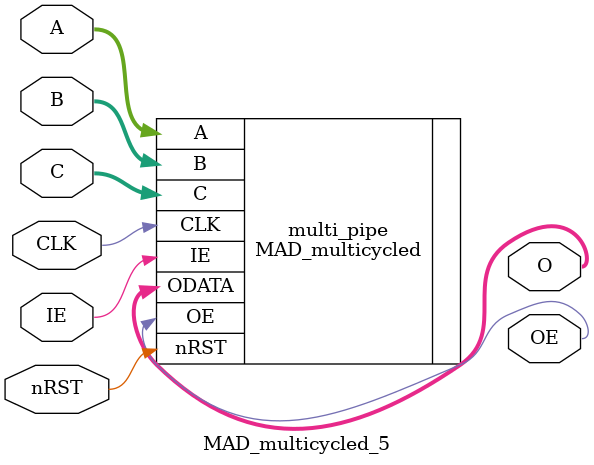
<source format=v>
`include "system_defines.vh"

module MAD_multicycled_5 (
	input					CLK,	// clock
	input					nRST,	// reset (active low)
	input					IE,		// input enable
	input	[31:0]			A,		// A
	input	[31:0]			B,		// B
	input	[31:0]			C,		// C
	output					OE,		// output enable
	output	[31:0]			O		// output
);

// definition & assignment ---------------------------------------------------

// implementation ------------------------------------------------------------
MAD_multicycled #(
	.CYCLE		(5)
) multi_pipe (
	.CLK		(CLK),
	.nRST		(nRST),
	.IE			(IE),
	.A			(A),
	.B			(B),
	.C			(C),
	.OE			(OE),
	.ODATA		(O)
);

endmodule

</source>
